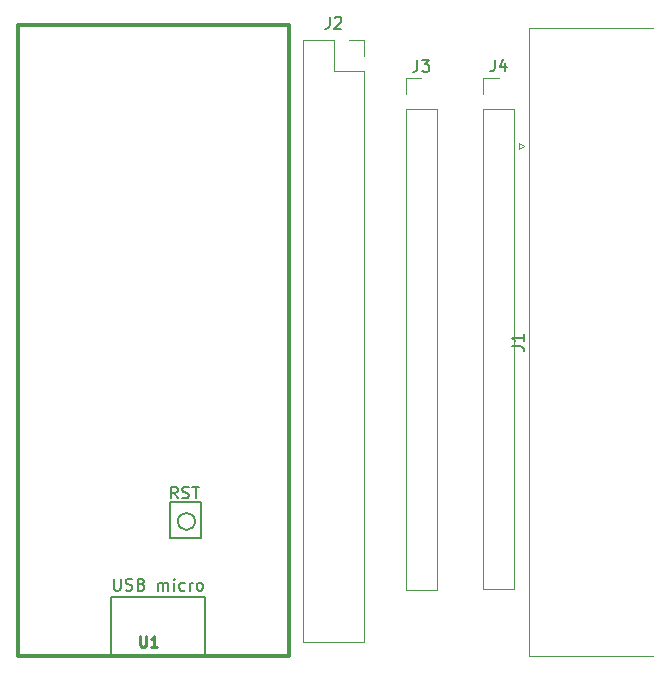
<source format=gbr>
G04 #@! TF.GenerationSoftware,KiCad,Pcbnew,(5.0.2)-1*
G04 #@! TF.CreationDate,2020-05-04T12:03:43+03:00*
G04 #@! TF.ProjectId,GrblCnc3040,4772626c-436e-4633-9330-34302e6b6963,rev?*
G04 #@! TF.SameCoordinates,Original*
G04 #@! TF.FileFunction,Legend,Top*
G04 #@! TF.FilePolarity,Positive*
%FSLAX46Y46*%
G04 Gerber Fmt 4.6, Leading zero omitted, Abs format (unit mm)*
G04 Created by KiCad (PCBNEW (5.0.2)-1) date 04/05/2020 12:03:43*
%MOMM*%
%LPD*%
G01*
G04 APERTURE LIST*
%ADD10C,0.150000*%
%ADD11C,0.304800*%
%ADD12C,0.120000*%
%ADD13C,0.222250*%
G04 APERTURE END LIST*
D10*
G04 #@! TO.C,U1*
X190826110Y-90200000D02*
G75*
G03X190826110Y-90200000I-721110J0D01*
G01*
X191305000Y-88600000D02*
X188705000Y-88600000D01*
X191305000Y-91600000D02*
X191305000Y-88600000D01*
X188705000Y-91600000D02*
X191305000Y-91600000D01*
X188705000Y-88600000D02*
X188705000Y-91600000D01*
X191705000Y-96600000D02*
X191705000Y-101600000D01*
X183705000Y-96600000D02*
X191705000Y-96600000D01*
X183705000Y-101600000D02*
X183705000Y-96600000D01*
D11*
X198825000Y-48210000D02*
X198825000Y-101610000D01*
X198825000Y-101610000D02*
X175825000Y-101610000D01*
X175825000Y-101610000D02*
X175825000Y-48210000D01*
X175825000Y-48210000D02*
X198825000Y-48210000D01*
D12*
G04 #@! TO.C,J1*
X229620000Y-101630000D02*
X219140000Y-101630000D01*
X219140000Y-101630000D02*
X219140000Y-48410000D01*
X219140000Y-48410000D02*
X229620000Y-48410000D01*
X218245662Y-58650000D02*
X218245662Y-58150000D01*
X218245662Y-58150000D02*
X218678675Y-58400000D01*
X218678675Y-58400000D02*
X218245662Y-58650000D01*
G04 #@! TO.C,J3*
X208670000Y-95970000D02*
X211330000Y-95970000D01*
X208670000Y-55270000D02*
X208670000Y-95970000D01*
X211330000Y-55270000D02*
X211330000Y-95970000D01*
X208670000Y-55270000D02*
X211330000Y-55270000D01*
X208670000Y-54000000D02*
X208670000Y-52670000D01*
X208670000Y-52670000D02*
X210000000Y-52670000D01*
G04 #@! TO.C,J4*
X215205000Y-52645000D02*
X216535000Y-52645000D01*
X215205000Y-53975000D02*
X215205000Y-52645000D01*
X215205000Y-55245000D02*
X217865000Y-55245000D01*
X217865000Y-55245000D02*
X217865000Y-95945000D01*
X215205000Y-55245000D02*
X215205000Y-95945000D01*
X215205000Y-95945000D02*
X217865000Y-95945000D01*
G04 #@! TO.C,J2*
X199965000Y-49470000D02*
X202565000Y-49470000D01*
X199965000Y-49470000D02*
X199965000Y-100390000D01*
X199965000Y-100390000D02*
X205165000Y-100390000D01*
X205165000Y-52070000D02*
X205165000Y-100390000D01*
X202565000Y-52070000D02*
X205165000Y-52070000D01*
X202565000Y-49470000D02*
X202565000Y-52070000D01*
X205165000Y-49470000D02*
X205165000Y-50800000D01*
X203835000Y-49470000D02*
X205165000Y-49470000D01*
G04 #@! TO.C,U1*
D13*
X186190466Y-99919366D02*
X186190466Y-100639033D01*
X186232800Y-100723700D01*
X186275133Y-100766033D01*
X186359800Y-100808366D01*
X186529133Y-100808366D01*
X186613800Y-100766033D01*
X186656133Y-100723700D01*
X186698466Y-100639033D01*
X186698466Y-99919366D01*
X187587466Y-100808366D02*
X187079466Y-100808366D01*
X187333466Y-100808366D02*
X187333466Y-99919366D01*
X187248800Y-100046366D01*
X187164133Y-100131033D01*
X187079466Y-100173366D01*
D11*
D10*
X189357380Y-88252380D02*
X189024047Y-87776190D01*
X188785952Y-88252380D02*
X188785952Y-87252380D01*
X189166904Y-87252380D01*
X189262142Y-87300000D01*
X189309761Y-87347619D01*
X189357380Y-87442857D01*
X189357380Y-87585714D01*
X189309761Y-87680952D01*
X189262142Y-87728571D01*
X189166904Y-87776190D01*
X188785952Y-87776190D01*
X189738333Y-88204761D02*
X189881190Y-88252380D01*
X190119285Y-88252380D01*
X190214523Y-88204761D01*
X190262142Y-88157142D01*
X190309761Y-88061904D01*
X190309761Y-87966666D01*
X190262142Y-87871428D01*
X190214523Y-87823809D01*
X190119285Y-87776190D01*
X189928809Y-87728571D01*
X189833571Y-87680952D01*
X189785952Y-87633333D01*
X189738333Y-87538095D01*
X189738333Y-87442857D01*
X189785952Y-87347619D01*
X189833571Y-87300000D01*
X189928809Y-87252380D01*
X190166904Y-87252380D01*
X190309761Y-87300000D01*
X190595476Y-87252380D02*
X191166904Y-87252380D01*
X190881190Y-88252380D02*
X190881190Y-87252380D01*
X183966904Y-95052380D02*
X183966904Y-95861904D01*
X184014523Y-95957142D01*
X184062142Y-96004761D01*
X184157380Y-96052380D01*
X184347857Y-96052380D01*
X184443095Y-96004761D01*
X184490714Y-95957142D01*
X184538333Y-95861904D01*
X184538333Y-95052380D01*
X184966904Y-96004761D02*
X185109761Y-96052380D01*
X185347857Y-96052380D01*
X185443095Y-96004761D01*
X185490714Y-95957142D01*
X185538333Y-95861904D01*
X185538333Y-95766666D01*
X185490714Y-95671428D01*
X185443095Y-95623809D01*
X185347857Y-95576190D01*
X185157380Y-95528571D01*
X185062142Y-95480952D01*
X185014523Y-95433333D01*
X184966904Y-95338095D01*
X184966904Y-95242857D01*
X185014523Y-95147619D01*
X185062142Y-95100000D01*
X185157380Y-95052380D01*
X185395476Y-95052380D01*
X185538333Y-95100000D01*
X186300238Y-95528571D02*
X186443095Y-95576190D01*
X186490714Y-95623809D01*
X186538333Y-95719047D01*
X186538333Y-95861904D01*
X186490714Y-95957142D01*
X186443095Y-96004761D01*
X186347857Y-96052380D01*
X185966904Y-96052380D01*
X185966904Y-95052380D01*
X186300238Y-95052380D01*
X186395476Y-95100000D01*
X186443095Y-95147619D01*
X186490714Y-95242857D01*
X186490714Y-95338095D01*
X186443095Y-95433333D01*
X186395476Y-95480952D01*
X186300238Y-95528571D01*
X185966904Y-95528571D01*
X187728809Y-96052380D02*
X187728809Y-95385714D01*
X187728809Y-95480952D02*
X187776428Y-95433333D01*
X187871666Y-95385714D01*
X188014523Y-95385714D01*
X188109761Y-95433333D01*
X188157380Y-95528571D01*
X188157380Y-96052380D01*
X188157380Y-95528571D02*
X188205000Y-95433333D01*
X188300238Y-95385714D01*
X188443095Y-95385714D01*
X188538333Y-95433333D01*
X188585952Y-95528571D01*
X188585952Y-96052380D01*
X189062142Y-96052380D02*
X189062142Y-95385714D01*
X189062142Y-95052380D02*
X189014523Y-95100000D01*
X189062142Y-95147619D01*
X189109761Y-95100000D01*
X189062142Y-95052380D01*
X189062142Y-95147619D01*
X189966904Y-96004761D02*
X189871666Y-96052380D01*
X189681190Y-96052380D01*
X189585952Y-96004761D01*
X189538333Y-95957142D01*
X189490714Y-95861904D01*
X189490714Y-95576190D01*
X189538333Y-95480952D01*
X189585952Y-95433333D01*
X189681190Y-95385714D01*
X189871666Y-95385714D01*
X189966904Y-95433333D01*
X190395476Y-96052380D02*
X190395476Y-95385714D01*
X190395476Y-95576190D02*
X190443095Y-95480952D01*
X190490714Y-95433333D01*
X190585952Y-95385714D01*
X190681190Y-95385714D01*
X191157380Y-96052380D02*
X191062142Y-96004761D01*
X191014523Y-95957142D01*
X190966904Y-95861904D01*
X190966904Y-95576190D01*
X191014523Y-95480952D01*
X191062142Y-95433333D01*
X191157380Y-95385714D01*
X191300238Y-95385714D01*
X191395476Y-95433333D01*
X191443095Y-95480952D01*
X191490714Y-95576190D01*
X191490714Y-95861904D01*
X191443095Y-95957142D01*
X191395476Y-96004761D01*
X191300238Y-96052380D01*
X191157380Y-96052380D01*
G04 #@! TO.C,J1*
X217652380Y-75353333D02*
X218366666Y-75353333D01*
X218509523Y-75400952D01*
X218604761Y-75496190D01*
X218652380Y-75639047D01*
X218652380Y-75734285D01*
X218652380Y-74353333D02*
X218652380Y-74924761D01*
X218652380Y-74639047D02*
X217652380Y-74639047D01*
X217795238Y-74734285D01*
X217890476Y-74829523D01*
X217938095Y-74924761D01*
G04 #@! TO.C,J3*
X209666666Y-51122380D02*
X209666666Y-51836666D01*
X209619047Y-51979523D01*
X209523809Y-52074761D01*
X209380952Y-52122380D01*
X209285714Y-52122380D01*
X210047619Y-51122380D02*
X210666666Y-51122380D01*
X210333333Y-51503333D01*
X210476190Y-51503333D01*
X210571428Y-51550952D01*
X210619047Y-51598571D01*
X210666666Y-51693809D01*
X210666666Y-51931904D01*
X210619047Y-52027142D01*
X210571428Y-52074761D01*
X210476190Y-52122380D01*
X210190476Y-52122380D01*
X210095238Y-52074761D01*
X210047619Y-52027142D01*
G04 #@! TO.C,J4*
X216201666Y-51097380D02*
X216201666Y-51811666D01*
X216154047Y-51954523D01*
X216058809Y-52049761D01*
X215915952Y-52097380D01*
X215820714Y-52097380D01*
X217106428Y-51430714D02*
X217106428Y-52097380D01*
X216868333Y-51049761D02*
X216630238Y-51764047D01*
X217249285Y-51764047D01*
G04 #@! TO.C,J2*
X202231666Y-47482380D02*
X202231666Y-48196666D01*
X202184047Y-48339523D01*
X202088809Y-48434761D01*
X201945952Y-48482380D01*
X201850714Y-48482380D01*
X202660238Y-47577619D02*
X202707857Y-47530000D01*
X202803095Y-47482380D01*
X203041190Y-47482380D01*
X203136428Y-47530000D01*
X203184047Y-47577619D01*
X203231666Y-47672857D01*
X203231666Y-47768095D01*
X203184047Y-47910952D01*
X202612619Y-48482380D01*
X203231666Y-48482380D01*
G04 #@! TD*
M02*

</source>
